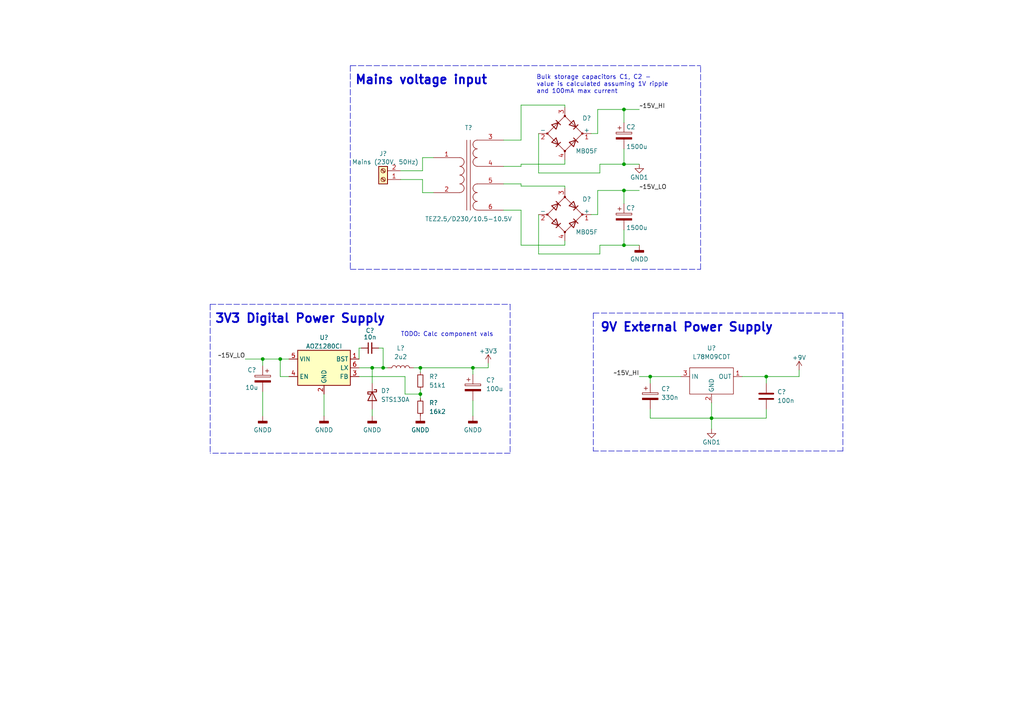
<source format=kicad_sch>
(kicad_sch (version 20211123) (generator eeschema)
  (paper "A4")
  (lib_symbols
    (symbol "Connector:Screw_Terminal_01x02" (pin_names (offset 1.016) hide)
      (property "Reference" "J" (at 0 2.54 0))
      (property "Value" "Screw_Terminal_01x02" (at 0 -5.08 0))
      (symbol "Screw_Terminal_01x02_1_1"
        (rectangle (start -1.27 1.27) (end 1.27 -3.81) (stroke (width 0.254)) (fill (type background)))
        (circle (center 0 -2.54) (radius 0.635) (stroke (width 0.1524)))
        (polyline (pts (xy -0.5334 -2.2098) (xy 0.3302 -3.048)) (stroke (width 0.1524)))
        (polyline (pts (xy -0.5334 0.3302) (xy 0.3302 -0.508)) (stroke (width 0.1524)))
        (polyline (pts (xy -0.3556 -2.032) (xy 0.508 -2.8702)) (stroke (width 0.1524)))
        (polyline (pts (xy -0.3556 0.508) (xy 0.508 -0.3302)) (stroke (width 0.1524)))
        (circle (center 0 0) (radius 0.635) (stroke (width 0.1524)))
        (pin passive line (at -5.08 0 0) (length 3.81) (name "Pin_1") (number "1"))
        (pin passive line (at -5.08 -2.54 0) (length 3.81) (name "Pin_2") (number "2"))
      )
    )
    (symbol "CustomSymbols:L78M09CDT"
      (property "Reference" "U" (at 1.27 1.27 0))
      (property "Value" "L78M09CDT" (at 1.27 -1.27 0))
      (symbol "L78M09CDT_0_1"
        (rectangle (start -5.08 -2.54) (end 7.62 -10.16))
      )
      (symbol "L78M09CDT_1_1"
        (pin power_out line (at 10.16 -5.08 180) (length 2.54) (name "OUT") (number "1"))
        (pin input line (at 1.27 -12.7 90) (length 2.54) (name "GND") (number "2"))
        (pin power_in line (at -7.62 -5.08 0) (length 2.54) (name "IN") (number "3"))
      )
    )
    (symbol "Device:C" (pin_numbers hide) (pin_names (offset 0.254))
      (property "Reference" "C" (at 0.635 2.54 0))
      (property "Value" "C" (at 0.635 -2.54 0))
      (symbol "C_0_1"
        (polyline (pts (xy -2.032 -0.762) (xy 2.032 -0.762)) (stroke (width 0.508)))
        (polyline (pts (xy -2.032 0.762) (xy 2.032 0.762)) (stroke (width 0.508)))
      )
      (symbol "C_1_1"
        (pin passive line (at 0 3.81 270) (length 2.794) (name "~") (number "1"))
        (pin passive line (at 0 -3.81 90) (length 2.794) (name "~") (number "2"))
      )
    )
    (symbol "Device:C_Polarized" (pin_numbers hide) (pin_names (offset 0.254))
      (property "Reference" "C" (at 0.635 2.54 0))
      (property "Value" "C_Polarized" (at 0.635 -2.54 0))
      (symbol "C_Polarized_0_1"
        (rectangle (start -2.286 0.508) (end 2.286 1.016))
        (polyline (pts (xy -1.778 2.286) (xy -0.762 2.286)))
        (polyline (pts (xy -1.27 2.794) (xy -1.27 1.778)))
        (rectangle (start 2.286 -0.508) (end -2.286 -1.016) (fill (type outline)))
      )
      (symbol "C_Polarized_1_1"
        (pin passive line (at 0 3.81 270) (length 2.794) (name "~") (number "1"))
        (pin passive line (at 0 -3.81 90) (length 2.794) (name "~") (number "2"))
      )
    )
    (symbol "Device:C_Small" (pin_numbers hide) (pin_names (offset 0.254) hide)
      (property "Reference" "C" (at 0.254 1.778 0))
      (property "Value" "C_Small" (at 0.254 -2.032 0))
      (symbol "C_Small_0_1"
        (polyline (pts (xy -1.524 -0.508) (xy 1.524 -0.508)) (stroke (width 0.3302)))
        (polyline (pts (xy -1.524 0.508) (xy 1.524 0.508)) (stroke (width 0.3048)))
      )
      (symbol "C_Small_1_1"
        (pin passive line (at 0 2.54 270) (length 2.032) (name "~") (number "1"))
        (pin passive line (at 0 -2.54 90) (length 2.032) (name "~") (number "2"))
      )
    )
    (symbol "Device:D_Bridge_+-AA" (pin_names (offset 0))
      (property "Reference" "D" (at 2.54 6.985 0))
      (property "Value" "D_Bridge_+-AA" (at 2.54 5.08 0))
      (symbol "D_Bridge_+-AA_0_1"
        (circle (center -5.08 0) (radius 0.254) (fill (type outline)))
        (circle (center 0 -5.08) (radius 0.254) (fill (type outline)))
        (polyline (pts (xy -2.54 3.81) (xy -1.27 2.54)) (stroke (width 0.254)))
        (polyline (pts (xy -1.27 -2.54) (xy -2.54 -3.81)) (stroke (width 0.254)))
        (polyline (pts (xy 2.54 -1.27) (xy 3.81 -2.54)) (stroke (width 0.254)))
        (polyline (pts (xy 2.54 1.27) (xy 3.81 2.54)) (stroke (width 0.254)))
        (polyline (pts (xy -3.81 2.54) (xy -2.54 1.27) (xy -1.905 3.175) (xy -3.81 2.54)) (stroke (width 0.254)))
        (polyline (pts (xy -2.54 -1.27) (xy -3.81 -2.54) (xy -1.905 -3.175) (xy -2.54 -1.27)) (stroke (width 0.254)))
        (polyline (pts (xy 1.27 2.54) (xy 2.54 3.81) (xy 3.175 1.905) (xy 1.27 2.54)) (stroke (width 0.254)))
        (polyline (pts (xy 3.175 -1.905) (xy 1.27 -2.54) (xy 2.54 -3.81) (xy 3.175 -1.905)) (stroke (width 0.254)))
        (polyline (pts (xy -5.08 0) (xy 0 -5.08) (xy 5.08 0) (xy 0 5.08) (xy -5.08 0)))
        (circle (center 0 5.08) (radius 0.254) (fill (type outline)))
        (circle (center 5.08 0) (radius 0.254) (fill (type outline)))
      )
      (symbol "D_Bridge_+-AA_1_1"
        (pin passive line (at 7.62 0 180) (length 2.54) (name "+") (number "1"))
        (pin passive line (at -7.62 0 0) (length 2.54) (name "-") (number "2"))
        (pin passive line (at 0 7.62 270) (length 2.54) (name "~") (number "3"))
        (pin passive line (at 0 -7.62 90) (length 2.54) (name "~") (number "4"))
      )
    )
    (symbol "Device:D_Schottky" (pin_numbers hide) (pin_names (offset 1.016) hide)
      (property "Reference" "D" (at 0 2.54 0))
      (property "Value" "D_Schottky" (at 0 -2.54 0))
      (symbol "D_Schottky_0_1"
        (polyline (pts (xy 1.27 0) (xy -1.27 0)))
        (polyline (pts (xy 1.27 1.27) (xy 1.27 -1.27) (xy -1.27 0) (xy 1.27 1.27)) (stroke (width 0.254)))
        (polyline (pts (xy -1.905 0.635) (xy -1.905 1.27) (xy -1.27 1.27) (xy -1.27 -1.27) (xy -0.635 -1.27) (xy -0.635 -0.635)) (stroke (width 0.254)))
      )
      (symbol "D_Schottky_1_1"
        (pin passive line (at -3.81 0 0) (length 2.54) (name "K") (number "1"))
        (pin passive line (at 3.81 0 180) (length 2.54) (name "A") (number "2"))
      )
    )
    (symbol "Device:L" (pin_numbers hide) (pin_names (offset 1.016) hide)
      (property "Reference" "L" (at -1.27 0 90))
      (property "Value" "L" (at 1.905 0 90))
      (symbol "L_0_1"
        (arc (start 0 -2.54) (mid 0.635 -1.905) (end 0 -1.27))
        (arc (start 0 -1.27) (mid 0.635 -0.635) (end 0 0))
        (arc (start 0 0) (mid 0.635 0.635) (end 0 1.27))
        (arc (start 0 1.27) (mid 0.635 1.905) (end 0 2.54))
      )
      (symbol "L_1_1"
        (pin passive line (at 0 3.81 270) (length 1.27) (name "1") (number "1"))
        (pin passive line (at 0 -3.81 90) (length 1.27) (name "2") (number "2"))
      )
    )
    (symbol "Device:R_Small" (pin_numbers hide) (pin_names (offset 0.254) hide)
      (property "Reference" "R" (at 0.762 0.508 0))
      (property "Value" "R_Small" (at 0.762 -1.016 0))
      (symbol "R_Small_0_1"
        (rectangle (start -0.762 1.778) (end 0.762 -1.778) (stroke (width 0.2032)))
      )
      (symbol "R_Small_1_1"
        (pin passive line (at 0 2.54 270) (length 0.762) (name "~") (number "1"))
        (pin passive line (at 0 -2.54 90) (length 0.762) (name "~") (number "2"))
      )
    )
    (symbol "Device:Transformer_1P_2S" (pin_names (offset 1.016) hide)
      (property "Reference" "T" (at 0 12.7 0))
      (property "Value" "Transformer_1P_2S" (at 0 -12.7 0))
      (symbol "Transformer_1P_2S_0_1"
        (arc (start -2.54 -5.0546) (mid -1.6561 -4.6863) (end -1.27 -3.81))
        (arc (start -2.54 -2.5146) (mid -1.6561 -2.1463) (end -1.27 -1.27))
        (arc (start -2.54 0.0254) (mid -1.6561 0.3937) (end -1.27 1.27))
        (arc (start -2.54 2.5654) (mid -1.6561 2.9337) (end -1.27 3.81))
        (arc (start -1.27 -3.81) (mid -1.642 -2.912) (end -2.54 -2.54))
        (arc (start -1.27 -1.27) (mid -1.642 -0.372) (end -2.54 0))
        (arc (start -1.27 1.27) (mid -1.642 2.168) (end -2.54 2.54))
        (arc (start -1.27 3.81) (mid -1.642 4.708) (end -2.54 5.08))
        (polyline (pts (xy -0.508 -10.16) (xy -0.508 10.16)))
        (polyline (pts (xy 0.508 10.16) (xy 0.508 -10.16)))
        (arc (start 1.2954 -8.89) (mid 1.6599 -9.7701) (end 2.54 -10.1346))
        (arc (start 1.2954 -6.35) (mid 1.6599 -7.2301) (end 2.54 -7.5946))
        (arc (start 1.2954 -3.81) (mid 1.6599 -4.6901) (end 2.54 -5.0546))
        (arc (start 1.2954 3.81) (mid 1.6599 2.9299) (end 2.54 2.5654))
        (arc (start 1.2954 6.35) (mid 1.6599 5.4699) (end 2.54 5.1054))
        (arc (start 1.2954 8.89) (mid 1.6599 8.0099) (end 2.54 7.6454))
        (arc (start 2.54 -7.62) (mid 1.6456 -7.9883) (end 1.2954 -8.89))
        (arc (start 2.54 -5.08) (mid 1.6456 -5.4483) (end 1.2954 -6.35))
        (arc (start 2.54 -2.54) (mid 1.6456 -2.9083) (end 1.2954 -3.81))
        (arc (start 2.54 5.08) (mid 1.6456 4.7117) (end 1.2954 3.81))
        (arc (start 2.54 7.62) (mid 1.6456 7.2517) (end 1.2954 6.35))
        (arc (start 2.54 10.16) (mid 1.6456 9.7917) (end 1.2954 8.89))
      )
      (symbol "Transformer_1P_2S_1_1"
        (pin passive line (at -10.16 5.08 0) (length 7.62) (name "AA") (number "1"))
        (pin passive line (at -10.16 -5.08 0) (length 7.62) (name "AB") (number "2"))
        (pin passive line (at 10.16 10.16 180) (length 7.62) (name "SA") (number "3"))
        (pin passive line (at 10.16 2.54 180) (length 7.62) (name "SB") (number "4"))
        (pin passive line (at 10.16 -2.54 180) (length 7.62) (name "SC") (number "5"))
        (pin passive line (at 10.16 -10.16 180) (length 7.62) (name "SD") (number "6"))
      )
    )
    (symbol "Regulator_Switching:AOZ1280CI"
      (property "Reference" "U" (at -6.35 -6.35 0))
      (property "Value" "AOZ1280CI" (at -2.54 6.35 0))
      (symbol "AOZ1280CI_0_1"
        (rectangle (start -7.62 5.08) (end 7.62 -5.08) (stroke (width 0.254)) (fill (type background)))
      )
      (symbol "AOZ1280CI_1_1"
        (pin input line (at 10.16 2.54 180) (length 2.54) (name "BST") (number "1"))
        (pin power_in line (at 0 -7.62 90) (length 2.54) (name "GND") (number "2"))
        (pin input line (at 10.16 -2.54 180) (length 2.54) (name "FB") (number "3"))
        (pin input line (at -10.16 -2.54 0) (length 2.54) (name "EN") (number "4"))
        (pin power_in line (at -10.16 2.54 0) (length 2.54) (name "VIN") (number "5"))
        (pin power_out line (at 10.16 0 180) (length 2.54) (name "LX") (number "6"))
      )
    )
    (symbol "power:+3V3" (power) (pin_names (offset 0))
      (property "Value" "+3V3" (at 0 3.556 0))
      (symbol "+3V3_0_1"
        (polyline (pts (xy -0.762 1.27) (xy 0 2.54)))
        (polyline (pts (xy 0 0) (xy 0 2.54)))
        (polyline (pts (xy 0 2.54) (xy 0.762 1.27)))
      )
      (symbol "+3V3_1_1"
        (pin power_in line (at 0 0 90) (length 0) hide (name "+3V3") (number "1"))
      )
    )
    (symbol "power:+9V" (power) (pin_names (offset 0))
      (property "Value" "+9V" (at 0 3.556 0))
      (symbol "+9V_0_1"
        (polyline (pts (xy -0.762 1.27) (xy 0 2.54)))
        (polyline (pts (xy 0 0) (xy 0 2.54)))
        (polyline (pts (xy 0 2.54) (xy 0.762 1.27)))
      )
      (symbol "+9V_1_1"
        (pin power_in line (at 0 0 90) (length 0) hide (name "+9V") (number "1"))
      )
    )
    (symbol "power:GND1" (power) (pin_names (offset 0))
      (property "Value" "GND1" (at 0 -3.81 0))
      (symbol "GND1_0_1"
        (polyline (pts (xy 0 0) (xy 0 -1.27) (xy 1.27 -1.27) (xy 0 -2.54) (xy -1.27 -1.27) (xy 0 -1.27)))
      )
      (symbol "GND1_1_1"
        (pin power_in line (at 0 0 270) (length 0) hide (name "GND1") (number "1"))
      )
    )
    (symbol "power:GNDD" (power) (pin_names (offset 0))
      (property "Value" "GNDD" (at 0 -3.175 0))
      (symbol "GNDD_0_1"
        (rectangle (start -1.27 -1.524) (end 1.27 -2.032) (stroke (width 0.254)) (fill (type outline)))
        (polyline (pts (xy 0 0) (xy 0 -1.524)))
      )
      (symbol "GNDD_1_1"
        (pin power_in line (at 0 0 270) (length 0) hide (name "GNDD") (number "1"))
      )
    )
  )
  (junction (at 180.975 55.245))
  (junction (at 111.125 106.68))
  (junction (at 76.2 104.14))
  (junction (at 121.92 106.68))
  (junction (at 180.975 47.625))
  (junction (at 137.16 106.68))
  (junction (at 81.28 104.14))
  (junction (at 222.25 109.22))
  (junction (at 206.375 121.285))
  (junction (at 107.95 106.68))
  (junction (at 180.975 31.75))
  (junction (at 180.975 71.12))
  (junction (at 121.92 114.3))
  (junction (at 188.595 109.22))
  (wire (pts (xy 107.95 118.745) (xy 107.95 120.65)))
  (wire (pts (xy 117.475 109.22) (xy 104.14 109.22)))
  (wire (pts (xy 93.98 114.3) (xy 93.98 120.65)))
  (wire (pts (xy 180.975 47.625) (xy 185.42 47.625)))
  (wire (pts (xy 107.95 106.68) (xy 107.95 111.125)))
  (wire (pts (xy 156.21 62.23) (xy 156.21 73.66)))
  (wire (pts (xy 156.21 50.165) (xy 173.99 50.165)))
  (wire (pts (xy 76.2 104.14) (xy 81.28 104.14)))
  (wire (pts (xy 173.355 38.735) (xy 173.355 31.75)))
  (polyline (pts (xy 244.475 130.81) (xy 172.085 130.81)))
  (wire (pts (xy 173.355 55.245) (xy 180.975 55.245)))
  (wire (pts (xy 171.45 62.23) (xy 173.355 62.23)))
  (polyline (pts (xy 203.2 78.105) (xy 203.2 19.05)))
  (wire (pts (xy 81.28 109.22) (xy 83.82 109.22)))
  (wire (pts (xy 151.13 47.625) (xy 151.13 48.26)))
  (wire (pts (xy 76.2 104.14) (xy 76.2 106.045)))
  (polyline (pts (xy 60.96 88.265) (xy 60.96 131.445)))
  (wire (pts (xy 180.975 55.245) (xy 185.42 55.245)))
  (polyline (pts (xy 101.6 19.05) (xy 203.2 19.05)))
  (wire (pts (xy 121.92 114.3) (xy 121.92 115.57)))
  (wire (pts (xy 120.015 106.68) (xy 121.92 106.68)))
  (wire (pts (xy 122.555 49.53) (xy 122.555 45.72)))
  (wire (pts (xy 163.83 47.625) (xy 163.83 46.355)))
  (wire (pts (xy 188.595 121.285) (xy 206.375 121.285)))
  (wire (pts (xy 185.42 109.22) (xy 188.595 109.22)))
  (wire (pts (xy 111.125 100.965) (xy 111.125 106.68)))
  (wire (pts (xy 173.99 50.165) (xy 173.99 47.625)))
  (polyline (pts (xy 147.955 131.445) (xy 60.96 131.445)))
  (wire (pts (xy 222.25 109.22) (xy 222.25 111.125)))
  (wire (pts (xy 151.13 60.96) (xy 146.05 60.96)))
  (wire (pts (xy 137.16 106.68) (xy 141.605 106.68)))
  (wire (pts (xy 171.45 38.735) (xy 173.355 38.735)))
  (wire (pts (xy 121.92 106.68) (xy 121.92 107.95)))
  (wire (pts (xy 151.13 48.26) (xy 146.05 48.26)))
  (wire (pts (xy 163.83 53.975) (xy 163.83 54.61)))
  (wire (pts (xy 180.975 55.245) (xy 180.975 59.055)))
  (wire (pts (xy 222.25 118.745) (xy 222.25 121.285)))
  (polyline (pts (xy 101.6 78.105) (xy 203.2 78.105)))
  (wire (pts (xy 121.92 113.03) (xy 121.92 114.3)))
  (wire (pts (xy 173.355 31.75) (xy 180.975 31.75)))
  (wire (pts (xy 231.775 109.22) (xy 231.775 107.315)))
  (wire (pts (xy 137.16 106.68) (xy 137.16 108.585)))
  (wire (pts (xy 125.73 55.88) (xy 122.555 55.88)))
  (wire (pts (xy 206.375 121.285) (xy 206.375 124.46)))
  (wire (pts (xy 180.975 71.12) (xy 185.42 71.12)))
  (polyline (pts (xy 172.085 90.805) (xy 244.475 90.805)))
  (wire (pts (xy 112.395 106.68) (xy 111.125 106.68)))
  (wire (pts (xy 122.555 55.88) (xy 122.555 52.07)))
  (polyline (pts (xy 101.6 19.05) (xy 101.6 78.105)))
  (wire (pts (xy 163.83 30.48) (xy 163.83 31.115)))
  (wire (pts (xy 173.99 71.12) (xy 180.975 71.12)))
  (wire (pts (xy 180.975 66.675) (xy 180.975 71.12)))
  (wire (pts (xy 180.975 31.75) (xy 185.42 31.75)))
  (wire (pts (xy 76.2 113.665) (xy 76.2 120.65)))
  (wire (pts (xy 137.16 116.205) (xy 137.16 120.65)))
  (wire (pts (xy 151.13 71.12) (xy 163.83 71.12)))
  (wire (pts (xy 151.13 30.48) (xy 163.83 30.48)))
  (wire (pts (xy 116.205 49.53) (xy 122.555 49.53)))
  (wire (pts (xy 151.13 53.975) (xy 151.13 53.34)))
  (wire (pts (xy 206.375 121.285) (xy 222.25 121.285)))
  (polyline (pts (xy 244.475 90.805) (xy 244.475 130.81)))
  (wire (pts (xy 151.13 53.975) (xy 163.83 53.975)))
  (wire (pts (xy 180.975 31.75) (xy 180.975 35.56)))
  (wire (pts (xy 104.14 100.965) (xy 104.775 100.965)))
  (wire (pts (xy 188.595 111.125) (xy 188.595 109.22)))
  (wire (pts (xy 206.375 116.84) (xy 206.375 121.285)))
  (wire (pts (xy 122.555 52.07) (xy 116.205 52.07)))
  (polyline (pts (xy 147.955 88.265) (xy 147.955 131.445)))
  (wire (pts (xy 117.475 114.3) (xy 121.92 114.3)))
  (wire (pts (xy 215.265 109.22) (xy 222.25 109.22)))
  (wire (pts (xy 188.595 109.22) (xy 197.485 109.22)))
  (wire (pts (xy 156.21 38.735) (xy 156.21 50.165)))
  (wire (pts (xy 222.25 109.22) (xy 231.775 109.22)))
  (wire (pts (xy 180.975 43.18) (xy 180.975 47.625)))
  (wire (pts (xy 117.475 114.3) (xy 117.475 109.22)))
  (polyline (pts (xy 172.085 90.805) (xy 172.085 130.81)))
  (wire (pts (xy 151.13 71.12) (xy 151.13 60.96)))
  (wire (pts (xy 121.92 106.68) (xy 137.16 106.68)))
  (wire (pts (xy 163.83 71.12) (xy 163.83 69.85)))
  (wire (pts (xy 81.28 104.14) (xy 83.82 104.14)))
  (wire (pts (xy 71.12 104.14) (xy 76.2 104.14)))
  (wire (pts (xy 141.605 105.41) (xy 141.605 106.68)))
  (wire (pts (xy 107.95 106.68) (xy 111.125 106.68)))
  (wire (pts (xy 188.595 118.745) (xy 188.595 121.285)))
  (wire (pts (xy 104.14 106.68) (xy 107.95 106.68)))
  (wire (pts (xy 104.14 104.14) (xy 104.14 100.965)))
  (wire (pts (xy 173.99 73.66) (xy 173.99 71.12)))
  (wire (pts (xy 151.13 30.48) (xy 151.13 40.64)))
  (wire (pts (xy 173.99 47.625) (xy 180.975 47.625)))
  (wire (pts (xy 81.28 109.22) (xy 81.28 104.14)))
  (wire (pts (xy 173.355 62.23) (xy 173.355 55.245)))
  (wire (pts (xy 122.555 45.72) (xy 125.73 45.72)))
  (wire (pts (xy 151.13 40.64) (xy 146.05 40.64)))
  (wire (pts (xy 151.13 53.34) (xy 146.05 53.34)))
  (wire (pts (xy 109.855 100.965) (xy 111.125 100.965)))
  (wire (pts (xy 156.21 73.66) (xy 173.99 73.66)))
  (wire (pts (xy 151.13 47.625) (xy 163.83 47.625)))
  (polyline (pts (xy 60.96 88.265) (xy 147.955 88.265)))
  (text "Bulk storage capacitors C1, C2 -\nvalue is calculated assuming 1V ripple\nand 100mA max current" (at 155.575 27.305 0) (effects (font (size 1.27 1.27)) (justify left bottom)))
  (text "Mains voltage input" (at 102.87 24.765 0) (effects (font (size 2.54 2.54) (thickness 0.508) bold) (justify left bottom)))
  (text "3V3 Digital Power Supply" (at 62.23 93.98 0) (effects (font (size 2.54 2.54) (thickness 0.508) bold) (justify left bottom)))
  (text "TODO: Calc component vals" (at 116.205 97.79 0) (effects (font (size 1.27 1.27)) (justify left bottom)))
  (text "9V External Power Supply" (at 173.99 96.52 0) (effects (font (size 2.54 2.54) (thickness 0.508) bold) (justify left bottom)))
  (label "~15V_LO" (at 185.42 55.245 0))
  (label "~15V_HI" (at 185.42 109.22 180))
  (label "~15V_HI" (at 185.42 31.75 0))
  (label "~15V_LO" (at 71.12 104.14 180))
  (symbol (lib_id "Device:C_Polarized") (at 180.975 62.865 0) (unit 1)
    (property "Reference" "C?" (at 181.61 60.325 0) (effects (justify left)))
    (property "Value" "1500u" (at 181.61 66.04 0) (effects (justify left)))
  )
  (symbol (lib_id "Device:C_Polarized") (at 188.595 114.935 0) (unit 1)
    (property "Reference" "C?" (at 191.77 112.7759 0) (effects (justify left)))
    (property "Value" "330n" (at 191.77 115.3159 0) (effects (justify left)))
  )
  (symbol (lib_id "Device:C_Polarized") (at 137.16 112.395 0) (unit 1)
    (property "Reference" "C?" (at 140.97 110.2359 0) (effects (justify left)))
    (property "Value" "100u" (at 140.97 112.7759 0) (effects (justify left)))
  )
  (symbol (lib_id "Device:D_Bridge_+-AA") (at 163.83 62.23 0) (unit 1)
    (property "Reference" "D?" (at 170.18 57.785 0))
    (property "Value" "MB05F" (at 170.18 67.31 0))
  )
  (symbol (lib_id "CustomSymbols:L78M09CDT") (at 205.105 104.14 0) (unit 1)
    (property "Reference" "U?" (at 206.375 100.965 0))
    (property "Value" "L78M09CDT" (at 206.375 103.505 0))
    (property "Footprint" "Package_TO_SOT_SMD:TO-252-2" (effects hide))
  )
  (symbol (lib_id "Device:C_Polarized") (at 180.975 39.37 0) (unit 1)
    (property "Reference" "C2" (at 181.61 36.83 0) (effects (justify left)))
    (property "Value" "1500u" (at 181.61 42.545 0) (effects (justify left)))
  )
  (symbol (lib_id "Device:L") (at 116.205 106.68 90) (unit 1)
    (property "Reference" "L?" (at 116.205 100.965 90))
    (property "Value" "2u2" (at 116.205 103.505 90))
  )
  (symbol (lib_id "power:+3V3") (at 141.605 105.41 0) (unit 1)
    (property "Reference" "#PWR?" (effects hide))
    (property "Value" "+3V3" (at 141.605 101.8342 0))
  )
  (symbol (lib_id "Connector:Screw_Terminal_01x02") (at 111.125 52.07 180) (unit 1)
    (property "Reference" "J?" (at 111.125 44.5602 0))
    (property "Value" "Mains (230V, 50Hz)" (at 111.76 46.99 0))
  )
  (symbol (lib_id "Device:C_Polarized") (at 76.2 109.855 0) (mirror y) (unit 1)
    (property "Reference" "C?" (at 71.755 107.315 0) (effects (justify right)))
    (property "Value" "10u" (at 71.12 112.395 0) (effects (justify right)))
  )
  (symbol (lib_id "power:GNDD") (at 121.92 120.65 0) (unit 1)
    (property "Reference" "#PWR?" (effects hide))
    (property "Value" "GNDD" (at 121.92 124.7124 0))
  )
  (symbol (lib_id "Device:D_Bridge_+-AA") (at 163.83 38.735 0) (unit 1)
    (property "Reference" "D?" (at 170.18 34.29 0))
    (property "Value" "MB05F" (at 170.18 43.815 0))
  )
  (symbol (lib_id "Device:C") (at 222.25 114.935 0) (unit 1)
    (property "Reference" "C?" (at 225.425 113.6649 0) (effects (justify left)))
    (property "Value" "100n" (at 225.425 116.2049 0) (effects (justify left)))
  )
  (symbol (lib_id "power:+9V") (at 231.775 107.315 0) (unit 1)
    (property "Reference" "#PWR?" (effects hide))
    (property "Value" "+9V" (at 231.775 103.7392 0))
  )
  (symbol (lib_id "Device:R_Small") (at 121.92 110.49 0) (unit 1)
    (property "Reference" "R?" (at 124.46 109.2199 0) (effects (justify left)))
    (property "Value" "51k1" (at 124.46 111.7599 0) (effects (justify left)))
  )
  (symbol (lib_id "Device:Transformer_1P_2S") (at 135.89 50.8 0) (unit 1)
    (property "Reference" "T?" (at 135.89 37.0671 0))
    (property "Value" "TEZ2.5/D230/10.5-10.5V" (at 135.89 63.5 0))
  )
  (symbol (lib_id "power:GNDD") (at 107.95 120.65 0) (unit 1)
    (property "Reference" "#PWR?" (effects hide))
    (property "Value" "GNDD" (at 107.95 124.7124 0))
  )
  (symbol (lib_id "Device:D_Schottky") (at 107.95 114.935 270) (unit 1)
    (property "Reference" "D?" (at 110.49 113.3474 90) (effects (justify left)))
    (property "Value" "STS130A" (at 110.49 115.8874 90) (effects (justify left)))
  )
  (symbol (lib_id "Device:R_Small") (at 121.92 118.11 0) (unit 1)
    (property "Reference" "R?" (at 124.46 116.8399 0) (effects (justify left)))
    (property "Value" "16k2" (at 124.46 119.3799 0) (effects (justify left)))
  )
  (symbol (lib_id "power:GNDD") (at 76.2 120.65 0) (unit 1)
    (property "Reference" "#PWR?" (effects hide))
    (property "Value" "GNDD" (at 76.2 124.7124 0))
  )
  (symbol (lib_id "power:GNDD") (at 93.98 120.65 0) (unit 1)
    (property "Reference" "#PWR?" (effects hide))
    (property "Value" "GNDD" (at 93.98 124.7124 0))
  )
  (symbol (lib_id "power:GNDD") (at 137.16 120.65 0) (unit 1)
    (property "Reference" "#PWR?" (effects hide))
    (property "Value" "GNDD" (at 137.16 124.7124 0))
  )
  (symbol (lib_id "power:GNDD") (at 185.42 71.12 0) (unit 1)
    (property "Reference" "#PWR?" (effects hide))
    (property "Value" "GNDD" (at 185.42 75.1824 0))
  )
  (symbol (lib_id "power:GND1") (at 185.42 47.625 0) (unit 1)
    (property "Reference" "#PWR?" (effects hide))
    (property "Value" "GND1" (at 185.42 51.435 0))
  )
  (symbol (lib_id "Device:C_Small") (at 107.315 100.965 90) (unit 1)
    (property "Reference" "C?" (at 107.315 95.885 90))
    (property "Value" "10n" (at 107.315 97.79 90))
  )
  (symbol (lib_id "power:GND1") (at 206.375 124.46 0) (unit 1)
    (property "Reference" "#PWR?" (effects hide))
    (property "Value" "GND1" (at 206.375 128.27 0))
  )
  (symbol (lib_id "Regulator_Switching:AOZ1280CI") (at 93.98 106.68 0) (unit 1)
    (property "Reference" "U?" (at 93.98 97.9002 0))
    (property "Value" "AOZ1280CI" (at 93.98 100.4371 0))
    (property "Footprint" "Package_TO_SOT_SMD:SOT-23-6" (effects hide))
    (property "Datasheet" "http://aosmd.com/res/data_sheets/AOZ1280CI.pdf" (effects hide))
  )
)
</source>
